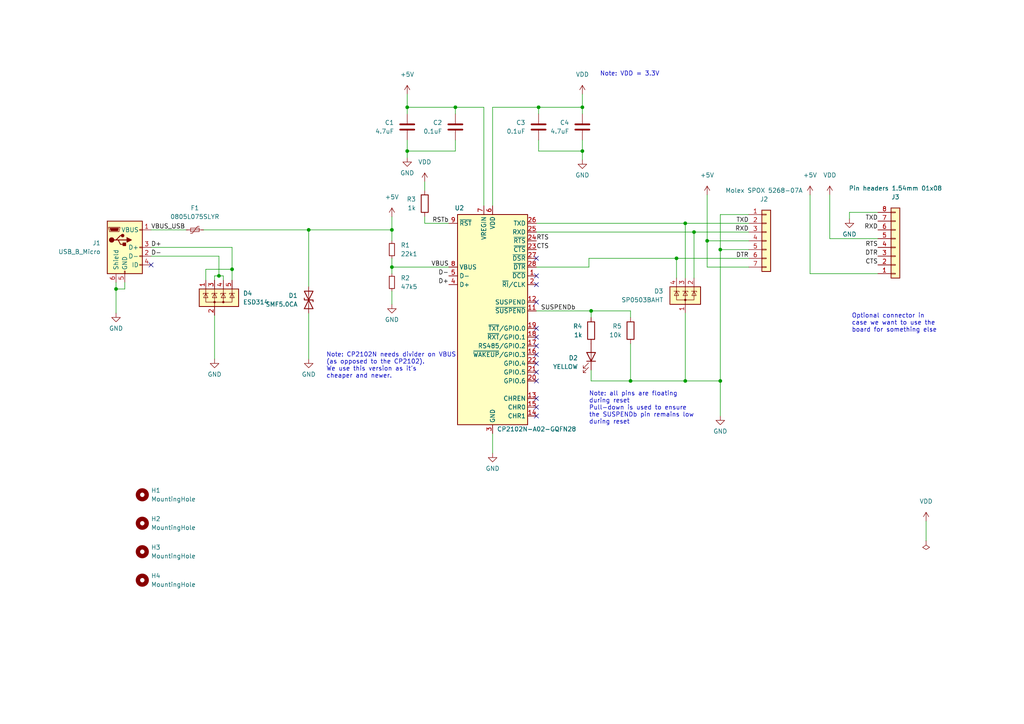
<source format=kicad_sch>
(kicad_sch (version 20211123) (generator eeschema)
  (paper "A4")
  (title_block (title "RPLIDAR A1 UART to USB adapter") (date "2023-03-07") (company "EPFL Team Goombot") (comment 2 "Author Vincent Nguyen"))
  (lib_symbols
    (symbol "0_power_protection:ESD314" (pin_names (offset 0) hide)
      (property "Reference" "D" (at 6.35 -5.08 0))
      (property "Value" "ESD314" (at 6.35 -5.08 0))
      (symbol "ESD314_0_0"
        (pin passive line (at 0 -5.08 90) (length 2.54) (name "GND") (number "2"))
      )
      (symbol "ESD314_0_1"
        (rectangle (start -4.445 2.54) (end 6.985 -2.54) (stroke (width 0.254)) (fill (type background)))
        (circle (center 0 -1.27) (radius 0.254) (fill (type outline)))
        (polyline (pts (xy -2.54 2.54) (xy -2.54 1.27)))
        (polyline (pts (xy 0 -1.27) (xy 0 -2.54)))
        (polyline (pts (xy 0 -1.27) (xy 0 1.27)))
        (polyline (pts (xy 0 2.54) (xy 0 1.27)))
        (polyline (pts (xy 0.635 1.27) (xy 0.762 1.27)))
        (polyline (pts (xy 2.54 2.54) (xy 2.54 1.27)))
        (polyline (pts (xy 5.08 2.54) (xy 5.08 1.27)))
        (polyline (pts (xy 0.635 1.27) (xy -0.762 1.27) (xy -0.762 1.016)))
        (polyline (pts (xy 5.08 1.27) (xy 5.08 -1.27) (xy 2.54 -1.27)))
        (polyline (pts (xy -3.302 1.016) (xy -3.302 1.27) (xy -1.905 1.27) (xy -1.778 1.27)))
        (polyline (pts (xy -2.54 1.27) (xy -2.54 -1.27) (xy 2.54 -1.27) (xy 2.54 1.27)))
        (polyline (pts (xy -2.54 1.27) (xy -1.905 0) (xy -3.175 0) (xy -2.54 1.27)))
        (polyline (pts (xy 0.635 0) (xy -0.635 0) (xy 0 1.27) (xy 0.635 0)))
        (polyline (pts (xy 1.778 1.016) (xy 1.778 1.27) (xy 3.175 1.27) (xy 3.302 1.27)))
        (polyline (pts (xy 2.54 1.27) (xy 1.905 0) (xy 3.175 0) (xy 2.54 1.27)))
        (polyline (pts (xy 4.318 1.016) (xy 4.318 1.27) (xy 5.715 1.27) (xy 5.842 1.27)))
        (polyline (pts (xy 5.08 1.27) (xy 4.445 0) (xy 5.715 0) (xy 5.08 1.27)))
        (circle (center 2.54 -1.27) (radius 0.254) (fill (type outline)))
      )
      (symbol "ESD314_1_1"
        (pin passive line (at -2.54 5.08 270) (length 2.54) (name "I/O1") (number "1"))
        (pin passive line (at 0 5.08 270) (length 2.54) (name "I/O2") (number "3"))
        (pin passive line (at 2.54 5.08 270) (length 2.54) (name "I/O3") (number "4"))
        (pin passive line (at 5.08 5.08 270) (length 2.54) (name "I/O4") (number "5"))
      )
    )
    (symbol "0_power_protection:SMF5.0CA" (pin_numbers hide) (pin_names (offset 1.016) hide)
      (property "Reference" "D" (at 0 6.35 0))
      (property "Value" "SMF5.0CA" (at 3.81 3.81 0))
      (symbol "SMF5.0CA_0_1"
        (polyline (pts (xy 1.27 0) (xy -1.27 0)))
        (polyline (pts (xy 0.508 1.27) (xy 0 1.27) (xy 0 -1.27) (xy -0.508 -1.27)) (stroke (width 0.254)))
        (polyline (pts (xy -2.54 1.27) (xy -2.54 -1.27) (xy 2.54 1.27) (xy 2.54 -1.27) (xy -2.54 1.27)) (stroke (width 0.254)))
      )
      (symbol "SMF5.0CA_1_1"
        (pin passive line (at -3.81 0 0) (length 2.54) (name "A1") (number "1"))
        (pin passive line (at 3.81 0 180) (length 2.54) (name "A2") (number "2"))
      )
    )
    (symbol "Connector:USB_B_Micro" (pin_names (offset 1.016))
      (property "Reference" "J" (at -5.08 11.43 0))
      (property "Value" "USB_B_Micro" (at -5.08 8.89 0))
      (symbol "USB_B_Micro_0_1"
        (rectangle (start -5.08 -7.62) (end 5.08 7.62) (stroke (width 0.254)) (fill (type background)))
        (circle (center -3.81 2.159) (radius 0.635) (stroke (width 0.254)) (fill (type outline)))
        (circle (center -0.635 3.429) (radius 0.381) (stroke (width 0.254)) (fill (type outline)))
        (rectangle (start -0.127 -7.62) (end 0.127 -6.858))
        (polyline (pts (xy -1.905 2.159) (xy 0.635 2.159)) (stroke (width 0.254)))
        (polyline (pts (xy -3.175 2.159) (xy -2.54 2.159) (xy -1.27 3.429) (xy -0.635 3.429)) (stroke (width 0.254)))
        (polyline (pts (xy -2.54 2.159) (xy -1.905 2.159) (xy -1.27 0.889) (xy 0 0.889)) (stroke (width 0.254)))
        (polyline (pts (xy 0.635 2.794) (xy 0.635 1.524) (xy 1.905 2.159) (xy 0.635 2.794)) (stroke (width 0.254)) (fill (type outline)))
        (polyline (pts (xy -4.318 5.588) (xy -1.778 5.588) (xy -2.032 4.826) (xy -4.064 4.826) (xy -4.318 5.588)) (fill (type outline)))
        (polyline (pts (xy -4.699 5.842) (xy -4.699 5.588) (xy -4.445 4.826) (xy -4.445 4.572) (xy -1.651 4.572) (xy -1.651 4.826) (xy -1.397 5.588) (xy -1.397 5.842) (xy -4.699 5.842)))
        (rectangle (start 0.254 1.27) (end -0.508 0.508) (stroke (width 0.254)) (fill (type outline)))
        (rectangle (start 5.08 -5.207) (end 4.318 -4.953))
        (rectangle (start 5.08 -2.667) (end 4.318 -2.413))
        (rectangle (start 5.08 -0.127) (end 4.318 0.127))
        (rectangle (start 5.08 4.953) (end 4.318 5.207))
      )
      (symbol "USB_B_Micro_1_1"
        (pin power_out line (at 7.62 5.08 180) (length 2.54) (name "VBUS") (number "1"))
        (pin bidirectional line (at 7.62 -2.54 180) (length 2.54) (name "D-") (number "2"))
        (pin bidirectional line (at 7.62 0 180) (length 2.54) (name "D+") (number "3"))
        (pin passive line (at 7.62 -5.08 180) (length 2.54) (name "ID") (number "4"))
        (pin power_out line (at 0 -10.16 90) (length 2.54) (name "GND") (number "5"))
        (pin passive line (at -2.54 -10.16 90) (length 2.54) (name "Shield") (number "6"))
      )
    )
    (symbol "Connector_Generic:Conn_01x07" (pin_names (offset 1.016) hide)
      (property "Reference" "J" (at 0 10.16 0))
      (property "Value" "Conn_01x07" (at 0 -10.16 0))
      (symbol "Conn_01x07_1_1"
        (rectangle (start -1.27 -7.493) (end 0 -7.747) (stroke (width 0.1524)))
        (rectangle (start -1.27 -4.953) (end 0 -5.207) (stroke (width 0.1524)))
        (rectangle (start -1.27 -2.413) (end 0 -2.667) (stroke (width 0.1524)))
        (rectangle (start -1.27 0.127) (end 0 -0.127) (stroke (width 0.1524)))
        (rectangle (start -1.27 2.667) (end 0 2.413) (stroke (width 0.1524)))
        (rectangle (start -1.27 5.207) (end 0 4.953) (stroke (width 0.1524)))
        (rectangle (start -1.27 7.747) (end 0 7.493) (stroke (width 0.1524)))
        (rectangle (start -1.27 8.89) (end 1.27 -8.89) (stroke (width 0.254)) (fill (type background)))
        (pin passive line (at -5.08 7.62 0) (length 3.81) (name "Pin_1") (number "1"))
        (pin passive line (at -5.08 5.08 0) (length 3.81) (name "Pin_2") (number "2"))
        (pin passive line (at -5.08 2.54 0) (length 3.81) (name "Pin_3") (number "3"))
        (pin passive line (at -5.08 0 0) (length 3.81) (name "Pin_4") (number "4"))
        (pin passive line (at -5.08 -2.54 0) (length 3.81) (name "Pin_5") (number "5"))
        (pin passive line (at -5.08 -5.08 0) (length 3.81) (name "Pin_6") (number "6"))
        (pin passive line (at -5.08 -7.62 0) (length 3.81) (name "Pin_7") (number "7"))
      )
    )
    (symbol "Connector_Generic:Conn_01x08" (pin_names (offset 1.016) hide)
      (property "Reference" "J" (at 0 10.16 0))
      (property "Value" "Conn_01x08" (at 0 -12.7 0))
      (symbol "Conn_01x08_1_1"
        (rectangle (start -1.27 -10.033) (end 0 -10.287) (stroke (width 0.1524)))
        (rectangle (start -1.27 -7.493) (end 0 -7.747) (stroke (width 0.1524)))
        (rectangle (start -1.27 -4.953) (end 0 -5.207) (stroke (width 0.1524)))
        (rectangle (start -1.27 -2.413) (end 0 -2.667) (stroke (width 0.1524)))
        (rectangle (start -1.27 0.127) (end 0 -0.127) (stroke (width 0.1524)))
        (rectangle (start -1.27 2.667) (end 0 2.413) (stroke (width 0.1524)))
        (rectangle (start -1.27 5.207) (end 0 4.953) (stroke (width 0.1524)))
        (rectangle (start -1.27 7.747) (end 0 7.493) (stroke (width 0.1524)))
        (rectangle (start -1.27 8.89) (end 1.27 -11.43) (stroke (width 0.254)) (fill (type background)))
        (pin passive line (at -5.08 7.62 0) (length 3.81) (name "Pin_1") (number "1"))
        (pin passive line (at -5.08 5.08 0) (length 3.81) (name "Pin_2") (number "2"))
        (pin passive line (at -5.08 2.54 0) (length 3.81) (name "Pin_3") (number "3"))
        (pin passive line (at -5.08 0 0) (length 3.81) (name "Pin_4") (number "4"))
        (pin passive line (at -5.08 -2.54 0) (length 3.81) (name "Pin_5") (number "5"))
        (pin passive line (at -5.08 -5.08 0) (length 3.81) (name "Pin_6") (number "6"))
        (pin passive line (at -5.08 -7.62 0) (length 3.81) (name "Pin_7") (number "7"))
        (pin passive line (at -5.08 -10.16 0) (length 3.81) (name "Pin_8") (number "8"))
      )
    )
    (symbol "Device:C" (pin_numbers hide) (pin_names (offset 0.254))
      (property "Reference" "C" (at 0.635 2.54 0))
      (property "Value" "C" (at 0.635 -2.54 0))
      (symbol "C_0_1"
        (polyline (pts (xy -2.032 -0.762) (xy 2.032 -0.762)) (stroke (width 0.508)))
        (polyline (pts (xy -2.032 0.762) (xy 2.032 0.762)) (stroke (width 0.508)))
      )
      (symbol "C_1_1"
        (pin passive line (at 0 3.81 270) (length 2.794) (name "~") (number "1"))
        (pin passive line (at 0 -3.81 90) (length 2.794) (name "~") (number "2"))
      )
    )
    (symbol "Device:LED" (pin_numbers hide) (pin_names (offset 1.016) hide)
      (property "Reference" "D" (at 0 2.54 0))
      (property "Value" "LED" (at 0 -2.54 0))
      (symbol "LED_0_1"
        (polyline (pts (xy -1.27 -1.27) (xy -1.27 1.27)) (stroke (width 0.254)))
        (polyline (pts (xy -1.27 0) (xy 1.27 0)))
        (polyline (pts (xy 1.27 -1.27) (xy 1.27 1.27) (xy -1.27 0) (xy 1.27 -1.27)) (stroke (width 0.254)))
        (polyline (pts (xy -3.048 -0.762) (xy -4.572 -2.286) (xy -3.81 -2.286) (xy -4.572 -2.286) (xy -4.572 -1.524)))
        (polyline (pts (xy -1.778 -0.762) (xy -3.302 -2.286) (xy -2.54 -2.286) (xy -3.302 -2.286) (xy -3.302 -1.524)))
      )
      (symbol "LED_1_1"
        (pin passive line (at -3.81 0 0) (length 2.54) (name "K") (number "1"))
        (pin passive line (at 3.81 0 180) (length 2.54) (name "A") (number "2"))
      )
    )
    (symbol "Device:Polyfuse_Small" (pin_numbers hide) (pin_names (offset 0))
      (property "Reference" "F" (at -1.905 0 90))
      (property "Value" "Polyfuse_Small" (at 1.905 0 90))
      (symbol "Polyfuse_Small_0_1"
        (rectangle (start -0.508 1.27) (end 0.508 -1.27))
        (polyline (pts (xy 0 2.54) (xy 0 -2.54)))
        (polyline (pts (xy -1.016 1.27) (xy -1.016 0.762) (xy 1.016 -0.762) (xy 1.016 -1.27)))
      )
      (symbol "Polyfuse_Small_1_1"
        (pin passive line (at 0 2.54 270) (length 0.635) (name "~") (number "1"))
        (pin passive line (at 0 -2.54 90) (length 0.635) (name "~") (number "2"))
      )
    )
    (symbol "Device:R" (pin_numbers hide) (pin_names (offset 0))
      (property "Reference" "R" (at 2.032 0 90))
      (property "Value" "R" (at 0 0 90))
      (symbol "R_0_1"
        (rectangle (start -1.016 -2.54) (end 1.016 2.54) (stroke (width 0.254)))
      )
      (symbol "R_1_1"
        (pin passive line (at 0 3.81 270) (length 1.27) (name "~") (number "1"))
        (pin passive line (at 0 -3.81 90) (length 1.27) (name "~") (number "2"))
      )
    )
    (symbol "Device:R_Small" (pin_numbers hide) (pin_names (offset 0.254) hide)
      (property "Reference" "R" (at 0.762 0.508 0))
      (property "Value" "R_Small" (at 0.762 -1.016 0))
      (symbol "R_Small_0_1"
        (rectangle (start -0.762 1.778) (end 0.762 -1.778) (stroke (width 0.2032)))
      )
      (symbol "R_Small_1_1"
        (pin passive line (at 0 2.54 270) (length 0.762) (name "~") (number "1"))
        (pin passive line (at 0 -2.54 90) (length 0.762) (name "~") (number "2"))
      )
    )
    (symbol "Interface_USB:CP2102N-Axx-xQFN28"
      (property "Reference" "U" (at -8.89 31.75 0))
      (property "Value" "CP2102N-Axx-xQFN28" (at 12.7 31.75 0))
      (symbol "CP2102N-Axx-xQFN28_0_1"
        (rectangle (start -10.16 30.48) (end 10.16 -30.48) (stroke (width 0.254)) (fill (type background)))
      )
      (symbol "CP2102N-Axx-xQFN28_1_1"
        (pin input line (at 12.7 12.7 180) (length 2.54) (name "~{DCD}") (number "1"))
        (pin no_connect line (at -10.16 -27.94 0) (length 2.54) hide (name "NC") (number "10"))
        (pin output line (at 12.7 2.54 180) (length 2.54) (name "~{SUSPEND}") (number "11"))
        (pin output line (at 12.7 5.08 180) (length 2.54) (name "SUSPEND") (number "12"))
        (pin output line (at 12.7 -22.86 180) (length 2.54) (name "CHREN") (number "13"))
        (pin output line (at 12.7 -27.94 180) (length 2.54) (name "CHR1") (number "14"))
        (pin output line (at 12.7 -25.4 180) (length 2.54) (name "CHR0") (number "15"))
        (pin bidirectional line (at 12.7 -10.16 180) (length 2.54) (name "~{WAKEUP}/GPIO.3") (number "16"))
        (pin bidirectional line (at 12.7 -7.62 180) (length 2.54) (name "RS485/GPIO.2") (number "17"))
        (pin bidirectional line (at 12.7 -5.08 180) (length 2.54) (name "~{RXT}/GPIO.1") (number "18"))
        (pin bidirectional line (at 12.7 -2.54 180) (length 2.54) (name "~{TXT}/GPIO.0") (number "19"))
        (pin bidirectional line (at 12.7 10.16 180) (length 2.54) (name "~{RI}/CLK") (number "2"))
        (pin bidirectional line (at 12.7 -17.78 180) (length 2.54) (name "GPIO.6") (number "20"))
        (pin bidirectional line (at 12.7 -15.24 180) (length 2.54) (name "GPIO.5") (number "21"))
        (pin bidirectional line (at 12.7 -12.7 180) (length 2.54) (name "GPIO.4") (number "22"))
        (pin input line (at 12.7 20.32 180) (length 2.54) (name "~{CTS}") (number "23"))
        (pin output line (at 12.7 22.86 180) (length 2.54) (name "~{RTS}") (number "24"))
        (pin input line (at 12.7 25.4 180) (length 2.54) (name "RXD") (number "25"))
        (pin output line (at 12.7 27.94 180) (length 2.54) (name "TXD") (number "26"))
        (pin input line (at 12.7 17.78 180) (length 2.54) (name "~{DSR}") (number "27"))
        (pin output line (at 12.7 15.24 180) (length 2.54) (name "~{DTR}") (number "28"))
        (pin passive line (at 0 -33.02 90) (length 2.54) hide (name "GND") (number "29"))
        (pin power_in line (at 0 -33.02 90) (length 2.54) (name "GND") (number "3"))
        (pin bidirectional line (at -12.7 10.16 0) (length 2.54) (name "D+") (number "4"))
        (pin bidirectional line (at -12.7 12.7 0) (length 2.54) (name "D-") (number "5"))
        (pin power_in line (at 0 33.02 270) (length 2.54) (name "VDD") (number "6"))
        (pin power_in line (at -2.54 33.02 270) (length 2.54) (name "VREGIN") (number "7"))
        (pin input line (at -12.7 15.24 0) (length 2.54) (name "VBUS") (number "8"))
        (pin input line (at -12.7 27.94 0) (length 2.54) (name "~{RST}") (number "9"))
      )
    )
    (symbol "Mechanical:MountingHole" (pin_names (offset 1.016))
      (property "Reference" "H" (at 0 5.08 0))
      (property "Value" "MountingHole" (at 0 3.175 0))
      (symbol "MountingHole_0_1"
        (circle (center 0 0) (radius 1.27) (stroke (width 1.27)))
      )
    )
    (symbol "Power_Protection:SP0503BAHT" (pin_names hide)
      (property "Reference" "D" (at 5.715 2.54 0))
      (property "Value" "SP0503BAHT" (at 5.715 0.635 0))
      (symbol "SP0503BAHT_0_0"
        (pin passive line (at 0 -5.08 90) (length 2.54) (name "A") (number "1"))
      )
      (symbol "SP0503BAHT_0_1"
        (rectangle (start -4.445 2.54) (end 4.445 -2.54) (stroke (width 0.254)) (fill (type background)))
        (circle (center 0 -1.27) (radius 0.254) (fill (type outline)))
        (polyline (pts (xy -2.54 2.54) (xy -2.54 1.27)))
        (polyline (pts (xy 0 -1.27) (xy 0 -2.54)))
        (polyline (pts (xy 0 -1.27) (xy 0 1.27)))
        (polyline (pts (xy 0 2.54) (xy 0 1.27)))
        (polyline (pts (xy 0.635 1.27) (xy 0.762 1.27)))
        (polyline (pts (xy 2.54 2.54) (xy 2.54 1.27)))
        (polyline (pts (xy 0.635 1.27) (xy -0.762 1.27) (xy -0.762 1.016)))
        (polyline (pts (xy -3.302 1.016) (xy -3.302 1.27) (xy -1.905 1.27) (xy -1.778 1.27)))
        (polyline (pts (xy -2.54 1.27) (xy -2.54 -1.27) (xy 2.54 -1.27) (xy 2.54 1.27)))
        (polyline (pts (xy -2.54 1.27) (xy -1.905 0) (xy -3.175 0) (xy -2.54 1.27)))
        (polyline (pts (xy 0.635 0) (xy -0.635 0) (xy 0 1.27) (xy 0.635 0)))
        (polyline (pts (xy 1.778 1.016) (xy 1.778 1.27) (xy 3.175 1.27) (xy 3.302 1.27)))
        (polyline (pts (xy 2.54 1.27) (xy 1.905 0) (xy 3.175 0) (xy 2.54 1.27)))
      )
      (symbol "SP0503BAHT_1_1"
        (pin passive line (at -2.54 5.08 270) (length 2.54) (name "K") (number "2"))
        (pin passive line (at 0 5.08 270) (length 2.54) (name "K") (number "3"))
        (pin passive line (at 2.54 5.08 270) (length 2.54) (name "K") (number "4"))
      )
    )
    (symbol "power:+5V" (power) (pin_names (offset 0))
      (property "Value" "+5V" (at 0 3.556 0))
      (symbol "+5V_0_1"
        (polyline (pts (xy -0.762 1.27) (xy 0 2.54)))
        (polyline (pts (xy 0 0) (xy 0 2.54)))
        (polyline (pts (xy 0 2.54) (xy 0.762 1.27)))
      )
      (symbol "+5V_1_1"
        (pin power_in line (at 0 0 90) (length 0) hide (name "+5V") (number "1"))
      )
    )
    (symbol "power:GND" (power) (pin_names (offset 0))
      (property "Value" "GND" (at 0 -3.81 0))
      (symbol "GND_0_1"
        (polyline (pts (xy 0 0) (xy 0 -1.27) (xy 1.27 -1.27) (xy 0 -2.54) (xy -1.27 -1.27) (xy 0 -1.27)))
      )
      (symbol "GND_1_1"
        (pin power_in line (at 0 0 270) (length 0) hide (name "GND") (number "1"))
      )
    )
    (symbol "power:PWR_FLAG" (power) (pin_numbers hide) (pin_names (offset 0) hide)
      (property "Value" "PWR_FLAG" (at 0 3.81 0))
      (symbol "PWR_FLAG_0_0"
        (pin power_out line (at 0 0 90) (length 0) (name "pwr") (number "1"))
      )
      (symbol "PWR_FLAG_0_1"
        (polyline (pts (xy 0 0) (xy 0 1.27) (xy -1.016 1.905) (xy 0 2.54) (xy 1.016 1.905) (xy 0 1.27)))
      )
    )
    (symbol "power:VDD" (power) (pin_names (offset 0))
      (property "Value" "VDD" (at 0 3.81 0))
      (symbol "VDD_0_1"
        (polyline (pts (xy -0.762 1.27) (xy 0 2.54)))
        (polyline (pts (xy 0 0) (xy 0 2.54)))
        (polyline (pts (xy 0 2.54) (xy 0.762 1.27)))
      )
      (symbol "VDD_1_1"
        (pin power_in line (at 0 0 90) (length 0) hide (name "VDD") (number "1"))
      )
    )
  )
  (junction (at 132.08 31.115))
  (junction (at 168.91 43.815))
  (junction (at 168.91 31.115))
  (junction (at 201.295 67.31))
  (junction (at 171.45 90.17))
  (junction (at 118.11 31.115))
  (junction (at 89.535 66.675))
  (junction (at 205.105 69.85))
  (junction (at 156.21 31.115))
  (junction (at 198.755 64.77))
  (junction (at 196.215 74.93))
  (junction (at 33.655 83.82))
  (junction (at 63.5 80.01))
  (junction (at 113.665 66.675))
  (junction (at 198.755 110.49))
  (junction (at 113.665 77.47))
  (junction (at 182.88 110.49))
  (junction (at 118.11 43.815))
  (junction (at 208.915 110.49))
  (junction (at 67.31 78.105))
  (junction (at 208.915 72.39))
  (no_connect (at 155.575 102.87))
  (no_connect (at 155.575 105.41))
  (no_connect (at 155.575 120.65))
  (no_connect (at 155.575 118.11))
  (no_connect (at 155.575 97.79))
  (no_connect (at 155.575 100.33))
  (no_connect (at 155.575 82.55))
  (no_connect (at 155.575 74.93))
  (no_connect (at 155.575 110.49))
  (no_connect (at 155.575 95.25))
  (no_connect (at 155.575 107.95))
  (no_connect (at 43.815 76.835))
  (no_connect (at 155.575 87.63))
  (no_connect (at 155.575 115.57))
  (no_connect (at 155.575 80.01))
  (wire (pts (xy 43.815 66.675) (xy 53.975 66.675)))
  (wire (pts (xy 198.755 64.77) (xy 217.17 64.77)))
  (wire (pts (xy 142.875 125.73) (xy 142.875 131.445)))
  (wire (pts (xy 113.665 77.47) (xy 130.175 77.47)))
  (wire (pts (xy 208.915 72.39) (xy 208.915 62.23)))
  (wire (pts (xy 89.535 66.675) (xy 89.535 83.185)))
  (wire (pts (xy 196.215 74.93) (xy 217.17 74.93)))
  (wire (pts (xy 36.195 81.915) (xy 36.195 83.82)))
  (wire (pts (xy 205.105 69.85) (xy 205.105 77.47)))
  (wire (pts (xy 198.755 64.77) (xy 198.755 80.645)))
  (wire (pts (xy 246.38 61.595) (xy 254.635 61.595)))
  (wire (pts (xy 217.17 77.47) (xy 205.105 77.47)))
  (wire (pts (xy 132.08 31.115) (xy 118.11 31.115)))
  (wire (pts (xy 205.105 69.85) (xy 217.17 69.85)))
  (wire (pts (xy 33.655 83.82) (xy 33.655 90.805)))
  (wire (pts (xy 67.31 78.105) (xy 67.31 81.28)))
  (wire (pts (xy 62.23 81.28) (xy 62.23 80.01)))
  (wire (pts (xy 208.915 62.23) (xy 217.17 62.23)))
  (wire (pts (xy 132.08 33.02) (xy 132.08 31.115)))
  (wire (pts (xy 156.21 40.64) (xy 156.21 43.815)))
  (wire (pts (xy 156.21 31.115) (xy 156.21 33.02)))
  (wire (pts (xy 155.575 64.77) (xy 198.755 64.77)))
  (wire (pts (xy 36.195 83.82) (xy 33.655 83.82)))
  (wire (pts (xy 205.105 56.515) (xy 205.105 69.85)))
  (wire (pts (xy 168.91 43.815) (xy 168.91 40.64)))
  (wire (pts (xy 118.11 43.815) (xy 118.11 45.72)))
  (wire (pts (xy 67.31 78.105) (xy 67.31 71.755)))
  (wire (pts (xy 142.875 31.115) (xy 142.875 59.69)))
  (wire (pts (xy 140.335 31.115) (xy 132.08 31.115)))
  (wire (pts (xy 182.88 110.49) (xy 171.45 110.49)))
  (wire (pts (xy 113.665 77.47) (xy 113.665 79.375)))
  (wire (pts (xy 182.88 99.695) (xy 182.88 110.49)))
  (wire (pts (xy 171.45 107.315) (xy 171.45 110.49)))
  (wire (pts (xy 182.88 92.075) (xy 182.88 90.17)))
  (wire (pts (xy 67.31 78.105) (xy 59.69 78.105)))
  (wire (pts (xy 118.11 31.115) (xy 118.11 33.02)))
  (wire (pts (xy 171.45 92.075) (xy 171.45 90.17)))
  (wire (pts (xy 182.88 110.49) (xy 198.755 110.49)))
  (wire (pts (xy 171.45 90.17) (xy 155.575 90.17)))
  (wire (pts (xy 182.88 90.17) (xy 171.45 90.17)))
  (wire (pts (xy 67.31 71.755) (xy 43.815 71.755)))
  (wire (pts (xy 62.23 104.14) (xy 62.23 91.44)))
  (wire (pts (xy 132.08 40.64) (xy 132.08 43.815)))
  (wire (pts (xy 208.915 120.65) (xy 208.915 110.49)))
  (wire (pts (xy 123.19 62.865) (xy 123.19 64.77)))
  (wire (pts (xy 168.91 43.815) (xy 168.91 46.355)))
  (wire (pts (xy 118.11 27.305) (xy 118.11 31.115)))
  (wire (pts (xy 168.91 31.115) (xy 168.91 33.02)))
  (wire (pts (xy 140.335 31.115) (xy 140.335 59.69)))
  (wire (pts (xy 208.915 110.49) (xy 208.915 72.39)))
  (wire (pts (xy 89.535 90.805) (xy 89.535 104.14)))
  (wire (pts (xy 196.215 80.645) (xy 196.215 74.93)))
  (wire (pts (xy 123.19 52.705) (xy 123.19 55.245)))
  (wire (pts (xy 132.08 43.815) (xy 118.11 43.815)))
  (wire (pts (xy 198.755 90.805) (xy 198.755 110.49)))
  (wire (pts (xy 63.5 80.01) (xy 64.77 80.01)))
  (wire (pts (xy 89.535 66.675) (xy 113.665 66.675)))
  (wire (pts (xy 208.915 72.39) (xy 217.17 72.39)))
  (wire (pts (xy 246.38 61.595) (xy 246.38 63.5)))
  (wire (pts (xy 62.23 80.01) (xy 63.5 80.01)))
  (wire (pts (xy 33.655 81.915) (xy 33.655 83.82)))
  (wire (pts (xy 113.665 62.865) (xy 113.665 66.675)))
  (wire (pts (xy 156.21 31.115) (xy 168.91 31.115)))
  (wire (pts (xy 63.5 80.01) (xy 63.5 74.295)))
  (wire (pts (xy 170.815 74.93) (xy 196.215 74.93)))
  (wire (pts (xy 113.665 66.675) (xy 113.665 69.85)))
  (wire (pts (xy 201.295 67.31) (xy 217.17 67.31)))
  (wire (pts (xy 156.21 43.815) (xy 168.91 43.815)))
  (wire (pts (xy 113.665 84.455) (xy 113.665 88.265)))
  (wire (pts (xy 155.575 67.31) (xy 201.295 67.31)))
  (wire (pts (xy 240.665 69.215) (xy 254.635 69.215)))
  (wire (pts (xy 168.91 27.305) (xy 168.91 31.115)))
  (wire (pts (xy 118.11 43.815) (xy 118.11 40.64)))
  (wire (pts (xy 64.77 80.01) (xy 64.77 81.28)))
  (wire (pts (xy 170.815 77.47) (xy 170.815 74.93)))
  (wire (pts (xy 198.755 110.49) (xy 208.915 110.49)))
  (wire (pts (xy 59.69 78.105) (xy 59.69 81.28)))
  (wire (pts (xy 234.95 56.515) (xy 234.95 79.375)))
  (wire (pts (xy 59.055 66.675) (xy 89.535 66.675)))
  (wire (pts (xy 240.665 56.515) (xy 240.665 69.215)))
  (wire (pts (xy 155.575 77.47) (xy 170.815 77.47)))
  (wire (pts (xy 201.295 67.31) (xy 201.295 80.645)))
  (wire (pts (xy 234.95 79.375) (xy 254.635 79.375)))
  (wire (pts (xy 123.19 64.77) (xy 130.175 64.77)))
  (wire (pts (xy 268.605 151.13) (xy 268.605 156.845)))
  (wire (pts (xy 113.665 74.93) (xy 113.665 77.47)))
  (wire (pts (xy 63.5 74.295) (xy 43.815 74.295)))
  (wire (pts (xy 142.875 31.115) (xy 156.21 31.115)))
  (text "Note: CP2102N needs divider on VBUS\n(as opposed to the CP2102). \nWe use this version as it's\ncheaper and newer." (at 94.615 109.855 0) (effects (font (size 1.27 1.27)) (justify left bottom)))
  (text "Optional connector in\ncase we want to use the\nboard for something else" (at 247.015 96.52 0) (effects (font (size 1.27 1.27)) (justify left bottom)))
  (text "Note: all pins are floating \nduring reset\nPull-down is used to ensure\nthe SUSPENDb pin remains low \nduring reset" (at 170.815 123.19 0) (effects (font (size 1.27 1.27)) (justify left bottom)))
  (text "Note: VDD = 3.3V" (at 173.99 22.225 0) (effects (font (size 1.27 1.27)) (justify left bottom)))
  (label "RXD" (at 254.635 66.675 180))
  (label "SUSPENDb" (at 156.845 90.17 0))
  (label "RXD" (at 217.17 67.31 180))
  (label "VBUS" (at 130.175 77.47 180))
  (label "RTS" (at 254.635 71.755 180))
  (label "CTS" (at 254.635 76.835 180))
  (label "DTR" (at 217.17 74.93 180))
  (label "RTS" (at 155.575 69.85 0))
  (label "D-" (at 130.175 80.01 180))
  (label "TXD" (at 254.635 64.135 180))
  (label "D+" (at 43.815 71.755 0))
  (label "D+" (at 130.175 82.55 180))
  (label "VBUS_USB" (at 43.815 66.675 0))
  (label "CTS" (at 155.575 72.39 0))
  (label "D-" (at 43.815 74.295 0))
  (label "RSTb" (at 130.175 64.77 180))
  (label "TXD" (at 217.17 64.77 180))
  (label "DTR" (at 254.635 74.295 180))
  (symbol (lib_id "power:GND") (at 118.11 45.72 0) (mirror y) (unit 1)
    (property "Reference" "#PWR07" (effects hide))
    (property "Value" "GND" (at 118.11 50.165 0))
  )
  (symbol (lib_id "power:PWR_FLAG") (at 268.605 156.845 180) (unit 1)
    (property "Reference" "#FLG0102" (effects hide))
    (property "Value" "PWR_FLAG" (effects hide))
  )
  (symbol (lib_id "0_power_protection:ESD314") (at 62.23 86.36 0) (unit 1)
    (property "Reference" "D4" (at 70.485 85.0899 0) (effects (justify left)))
    (property "Value" "ESD314" (at 70.485 87.6299 0) (effects (justify left)))
    (property "Footprint" "Package_TO_SOT_SMD:SOT-23-5" (effects hide))
    (property "Datasheet" "https://www.ti.com/lit/ds/symlink/esds314.pdf?HQS=dis-mous-null-mousermode-dsf-pf-null-wwe&ts=1678189165795&ref_url=https%253A%252F%252Fwww.mouser.pl%252F" (effects hide))
    (property "Distributor" "Mouser" (effects hide))
    (property "Dsitributor ref" "595-ESDS314DBVR" (effects hide))
    (property "Manufacturer ref" "ESDS314DBVR" (effects hide))
  )
  (symbol (lib_id "power:VDD") (at 240.665 56.515 0) (mirror y) (unit 1)
    (property "Reference" "#PWR016" (effects hide))
    (property "Value" "VDD" (at 240.665 50.8 0))
  )
  (symbol (lib_id "power:VDD") (at 123.19 52.705 0) (mirror y) (unit 1)
    (property "Reference" "#PWR08" (effects hide))
    (property "Value" "VDD" (at 123.19 46.99 0))
  )
  (symbol (lib_id "Connector_Generic:Conn_01x07") (at 222.25 69.85 0) (unit 1)
    (property "Reference" "J2" (at 221.615 57.785 0))
    (property "Value" "Molex SPOX 5268-07A" (at 221.615 55.245 0))
    (property "Footprint" "Connector_Molex:Molex_SPOX_5268-07A_1x07_P2.50mm_Horizontal" (effects hide))
    (property "Datasheet" "https://www.molex.com/pdm_docs/sd/022057075_sd.pdf" (effects hide))
    (property "Manufacturer ref" "22-05-7075" (effects hide))
    (property "Distributor ref" "538-22-05-7075" (effects hide))
    (property "Distributor" "Mouser" (effects hide))
  )
  (symbol (lib_id "power:+5V") (at 205.105 56.515 0) (mirror y) (unit 1)
    (property "Reference" "#PWR014" (effects hide))
    (property "Value" "+5V" (at 205.105 50.8 0))
  )
  (symbol (lib_id "Interface_USB:CP2102N-Axx-xQFN28") (at 142.875 92.71 0) (unit 1)
    (property "Reference" "U2" (at 134.62 60.325 0) (effects (justify right)))
    (property "Value" "CP2102N-A02-GQFN28" (at 144.145 124.46 0) (effects (justify left)))
    (property "Footprint" "Package_DFN_QFN:QFN-28-1EP_5x5mm_P0.5mm_EP3.35x3.35mm" (effects hide))
    (property "Datasheet" "https://www.silabs.com/documents/public/data-sheets/cp2102n-datasheet.pdf" (effects hide))
    (property "Distributor" "Mouser" (effects hide))
    (property "Distributor ref" "CP2102N-A02-GQFN28R" (effects hide))
    (property "Manufacturer ref" "634-CP2102NA02QFN28R" (effects hide))
  )
  (symbol (lib_id "Mechanical:MountingHole") (at 41.275 160.02 0) (unit 1) (in_bom no)
    (property "Reference" "H3" (at 43.815 158.7499 0) (effects (justify left)))
    (property "Value" "MountingHole" (at 43.815 161.2899 0) (effects (justify left)))
    (property "Footprint" "MountingHole:MountingHole_2.2mm_M2" (effects hide))
    (property "Distributor" "Mouser" (effects hide))
  )
  (symbol (lib_id "Device:C") (at 156.21 36.83 0) (mirror y) (unit 1)
    (property "Reference" "C3" (at 152.4 35.5599 0) (effects (justify left)))
    (property "Value" "0.1uF" (at 152.4 38.0999 0) (effects (justify left)))
    (property "Footprint" "Capacitor_SMD:C_0603_1608Metric" (effects hide))
    (property "Datasheet" "https://www.mouser.ch/datasheet/2/396/taiyo_yuden_12132018_mlcc11_hq_e-1510082.pdf" (effects hide))
    (property "Distributor" "Mouser" (effects hide))
    (property "Distributor ref" "TMK107B7104KAHT" (effects hide))
    (property "Manufacturer ref" "963-TMK107B7104KAHT" (effects hide))
  )
  (symbol (lib_id "Device:C") (at 168.91 36.83 0) (mirror y) (unit 1)
    (property "Reference" "C4" (at 165.1 35.5599 0) (effects (justify left)))
    (property "Value" "4.7uF" (at 165.1 38.0999 0) (effects (justify left)))
    (property "Footprint" "Capacitor_SMD:C_0603_1608Metric" (effects hide))
    (property "Datasheet" "https://www.mouser.ch/datasheet/2/585/MLCC-1837944.pdf" (effects hide))
    (property "Distributor" "Mouser" (effects hide))
    (property "Distributor ref" "187-CL10B475KQ8NQNC" (effects hide))
    (property "Manufacturer ref" "CL10B475KQ8NQNC" (effects hide))
  )
  (symbol (lib_id "power:+5V") (at 118.11 27.305 0) (mirror y) (unit 1)
    (property "Reference" "#PWR06" (effects hide))
    (property "Value" "+5V" (at 118.11 21.59 0))
  )
  (symbol (lib_id "Device:C") (at 132.08 36.83 0) (mirror y) (unit 1)
    (property "Reference" "C2" (at 128.27 35.5599 0) (effects (justify left)))
    (property "Value" "0.1uF" (at 128.27 38.0999 0) (effects (justify left)))
    (property "Footprint" "Capacitor_SMD:C_0603_1608Metric" (effects hide))
    (property "Datasheet" "https://www.mouser.ch/datasheet/2/396/taiyo_yuden_12132018_mlcc11_hq_e-1510082.pdf" (effects hide))
    (property "Distributor" "Mouser" (effects hide))
    (property "Distributor ref" "TMK107B7104KAHT" (effects hide))
    (property "Manufacturer ref" "963-TMK107B7104KAHT" (effects hide))
  )
  (symbol (lib_id "power:GND") (at 168.91 46.355 0) (mirror y) (unit 1)
    (property "Reference" "#PWR011" (effects hide))
    (property "Value" "GND" (at 168.91 50.8 0))
  )
  (symbol (lib_id "power:VDD") (at 268.605 151.13 0) (mirror y) (unit 1)
    (property "Reference" "#PWR0103" (effects hide))
    (property "Value" "VDD" (at 268.605 145.415 0))
  )
  (symbol (lib_id "Connector:USB_B_Micro") (at 36.195 71.755 0) (unit 1)
    (property "Reference" "J1" (at 29.21 70.4849 0) (effects (justify right)))
    (property "Value" "USB_B_Micro" (at 29.21 73.0249 0) (effects (justify right)))
    (property "Footprint" "Connector_USB:USB_Micro-B_Molex-105017-0001" (effects hide))
    (property "Datasheet" "https://www.mouser.ch/datasheet/2/276/1/1050170001_IO_CONNECTORS-230168.pdf" (effects hide))
    (property "Distributor" "Mouser" (effects hide))
    (property "Distributor ref" "538-105017-0001" (effects hide))
    (property "Manufacturer ref" "1050170001" (effects hide))
  )
  (symbol (lib_id "power:GND") (at 33.655 90.805 0) (mirror y) (unit 1)
    (property "Reference" "#PWR01" (effects hide))
    (property "Value" "GND" (at 33.655 95.25 0))
  )
  (symbol (lib_id "Connector_Generic:Conn_01x08") (at 259.715 71.755 0) (mirror x) (unit 1) (in_bom no)
    (property "Reference" "J3" (at 259.715 57.15 0))
    (property "Value" "Pin headers 1.54mm 01x08" (at 259.715 54.61 0))
    (property "Footprint" "Connector_PinHeader_2.54mm:PinHeader_1x08_P2.54mm_Vertical" (effects hide))
    (property "Distributor" "Mouser" (effects hide))
  )
  (symbol (lib_id "Device:Polyfuse_Small") (at 56.515 66.675 90) (unit 1)
    (property "Reference" "F1" (at 56.515 60.325 90))
    (property "Value" "0805L075SLYR" (at 56.515 62.865 90))
    (property "Footprint" "Fuse:Fuse_0805_2012Metric" (effects hide))
    (property "Datasheet" "https://www.littelfuse.com/~/media/electronics/datasheets/resettable_ptcs/littelfuse_ptc_low_rho_datasheet.pdf.pdf" (effects hide))
    (property "Manufacturer ref" "0805L075SLYR" (effects hide))
    (property "Digikey ref" "F4151CT-ND" (effects hide))
    (property "Distributor" "Mouser" (effects hide))
    (property "Distributor ref" "576-0805L075SLYR" (effects hide))
  )
  (symbol (lib_id "power:GND") (at 208.915 120.65 0) (mirror y) (unit 1)
    (property "Reference" "#PWR015" (effects hide))
    (property "Value" "GND" (at 208.915 125.095 0))
  )
  (symbol (lib_id "Mechanical:MountingHole") (at 41.275 151.765 0) (unit 1) (in_bom no)
    (property "Reference" "H2" (at 43.815 150.4949 0) (effects (justify left)))
    (property "Value" "MountingHole" (at 43.815 153.0349 0) (effects (justify left)))
    (property "Footprint" "MountingHole:MountingHole_2.2mm_M2" (effects hide))
    (property "Distributor" "Mouser" (effects hide))
  )
  (symbol (lib_id "Power_Protection:SP0503BAHT") (at 198.755 85.725 0) (mirror y) (unit 1)
    (property "Reference" "D3" (at 192.405 84.4549 0) (effects (justify left)))
    (property "Value" "SP0503BAHT" (at 192.405 86.9949 0) (effects (justify left)))
    (property "Footprint" "Package_TO_SOT_SMD:SOT-143" (effects hide))
    (property "Datasheet" "http://www.littelfuse.com/~/media/files/littelfuse/technical%20resources/documents/data%20sheets/sp05xxba.pdf" (effects hide))
    (property "Distributor" "Mouser" (effects hide))
    (property "Distributor ref" "576-SP0503BAHTG" (effects hide))
    (property "Manufacturer ref" "SP0503BAHTG" (effects hide))
  )
  (symbol (lib_id "power:GND") (at 142.875 131.445 0) (mirror y) (unit 1)
    (property "Reference" "#PWR09" (effects hide))
    (property "Value" "GND" (at 142.875 135.89 0))
  )
  (symbol (lib_id "Device:R") (at 123.19 59.055 0) (mirror y) (unit 1)
    (property "Reference" "R3" (at 120.65 57.7849 0) (effects (justify left)))
    (property "Value" "1k" (at 120.65 60.3249 0) (effects (justify left)))
    (property "Footprint" "Resistor_SMD:R_0603_1608Metric" (effects hide))
    (property "Datasheet" "https://www.mouser.ch/datasheet/2/210/ASC_WR-1525196.pdf" (effects hide))
    (property "Distributor" "Mouser" (effects hide))
    (property "Distributor ref" "791-WR06X1001FTL" (effects hide))
    (property "Manufacturer ref" "WR06X1001FTL" (effects hide))
  )
  (symbol (lib_id "power:+5V") (at 234.95 56.515 0) (mirror y) (unit 1)
    (property "Reference" "#PWR0101" (effects hide))
    (property "Value" "+5V" (at 234.95 50.8 0))
  )
  (symbol (lib_id "Device:R_Small") (at 113.665 72.39 0) (unit 1)
    (property "Reference" "R1" (at 116.205 71.1199 0) (effects (justify left)))
    (property "Value" "22k1" (at 116.205 73.6599 0) (effects (justify left)))
    (property "Footprint" "Resistor_SMD:R_0603_1608Metric" (effects hide))
    (property "Datasheet" "https://www.mouser.ch/datasheet/2/210/Kamaya_RMC_series_8_2022-3032447.pdf" (effects hide))
    (property "Distributor" "Mouser" (effects hide))
    (property "Distributor ref" "791-RMC1/16K2212FTP" (effects hide))
    (property "Manufacturer ref" "RMC1/16K2212FTP" (effects hide))
  )
  (symbol (lib_id "power:GND") (at 89.535 104.14 0) (mirror y) (unit 1)
    (property "Reference" "#PWR03" (effects hide))
    (property "Value" "GND" (at 89.535 108.585 0))
  )
  (symbol (lib_id "Device:R") (at 171.45 95.885 0) (mirror y) (unit 1)
    (property "Reference" "R4" (at 168.91 94.6149 0) (effects (justify left)))
    (property "Value" "1k" (at 168.91 97.1549 0) (effects (justify left)))
    (property "Footprint" "Resistor_SMD:R_0603_1608Metric" (effects hide))
    (property "Datasheet" "https://www.mouser.ch/datasheet/2/210/ASC_WR-1525196.pdf" (effects hide))
    (property "Distributor" "Mouser" (effects hide))
    (property "Distributor ref" "791-WR06X1001FTL" (effects hide))
    (property "Manufacturer ref" "WR06X1001FTL" (effects hide))
  )
  (symbol (lib_id "Mechanical:MountingHole") (at 41.275 168.275 0) (unit 1) (in_bom no)
    (property "Reference" "H4" (at 43.815 167.0049 0) (effects (justify left)))
    (property "Value" "MountingHole" (at 43.815 169.5449 0) (effects (justify left)))
    (property "Footprint" "MountingHole:MountingHole_2.2mm_M2" (effects hide))
    (property "Distributor" "Mouser" (effects hide))
  )
  (symbol (lib_id "power:GND") (at 246.38 63.5 0) (mirror y) (unit 1)
    (property "Reference" "#PWR0102" (effects hide))
    (property "Value" "GND" (at 246.38 67.945 0))
  )
  (symbol (lib_id "power:VDD") (at 168.91 27.305 0) (mirror y) (unit 1)
    (property "Reference" "#PWR010" (effects hide))
    (property "Value" "VDD" (at 168.91 21.59 0))
  )
  (symbol (lib_id "Device:C") (at 118.11 36.83 0) (mirror y) (unit 1)
    (property "Reference" "C1" (at 114.3 35.5599 0) (effects (justify left)))
    (property "Value" "4.7uF" (at 114.3 38.0999 0) (effects (justify left)))
    (property "Footprint" "Capacitor_SMD:C_0603_1608Metric" (effects hide))
    (property "Datasheet" "https://www.mouser.ch/datasheet/2/585/MLCC-1837944.pdf" (effects hide))
    (property "Distributor" "Mouser" (effects hide))
    (property "Distributor ref" "187-CL10B475KQ8NQNC" (effects hide))
    (property "Manufacturer ref" "CL10B475KQ8NQNC" (effects hide))
  )
  (symbol (lib_id "power:+5V") (at 113.665 62.865 0) (mirror y) (unit 1)
    (property "Reference" "#PWR02" (effects hide))
    (property "Value" "+5V" (at 113.665 57.15 0))
  )
  (symbol (lib_id "power:GND") (at 113.665 88.265 0) (mirror y) (unit 1)
    (property "Reference" "#PWR05" (effects hide))
    (property "Value" "GND" (at 113.665 92.71 0))
  )
  (symbol (lib_id "power:GND") (at 62.23 104.14 0) (mirror y) (unit 1)
    (property "Reference" "#PWR04" (effects hide))
    (property "Value" "GND" (at 62.23 108.585 0))
  )
  (symbol (lib_id "Mechanical:MountingHole") (at 41.275 143.51 0) (unit 1) (in_bom no)
    (property "Reference" "H1" (at 43.815 142.2399 0) (effects (justify left)))
    (property "Value" "MountingHole" (at 43.815 144.7799 0) (effects (justify left)))
    (property "Footprint" "MountingHole:MountingHole_2.2mm_M2" (effects hide))
    (property "Distributor" "Mouser" (effects hide))
  )
  (symbol (lib_id "Device:R_Small") (at 113.665 81.915 0) (unit 1)
    (property "Reference" "R2" (at 116.205 80.6449 0) (effects (justify left)))
    (property "Value" "47k5" (at 116.205 83.1849 0) (effects (justify left)))
    (property "Footprint" "Resistor_SMD:R_0603_1608Metric" (effects hide))
    (property "Datasheet" "https://www.mouser.ch/datasheet/2/447/PYu_RC_Group_51_RoHS_L_11-1984063.pdf" (effects hide))
    (property "Distributor" "Mouser" (effects hide))
    (property "Distributor ref" "603-RC0603FR-0747K5L" (effects hide))
    (property "Manufacturer ref" "RC0603FR-0747K5L" (effects hide))
  )
  (symbol (lib_id "Device:LED") (at 171.45 103.505 270) (mirror x) (unit 1)
    (property "Reference" "D2" (at 167.64 103.8224 90) (effects (justify right)))
    (property "Value" "YELLOW" (at 167.64 106.3624 90) (effects (justify right)))
    (property "Footprint" "LED_SMD:LED_0603_1608Metric" (effects hide))
    (property "Datasheet" "https://www.mouser.ch/datasheet/2/50/SM0603UYC-3001895.pdf" (effects hide))
    (property "Distributor" "Mouser" (effects hide))
    (property "Distributor ref" "749-SM0603UYC" (effects hide))
    (property "Manufacturer ref" "SM0603UYC" (effects hide))
  )
  (symbol (lib_id "Device:R") (at 182.88 95.885 0) (mirror y) (unit 1)
    (property "Reference" "R5" (at 180.34 94.6149 0) (effects (justify left)))
    (property "Value" "10k" (at 180.34 97.1549 0) (effects (justify left)))
    (property "Footprint" "Resistor_SMD:R_0603_1608Metric" (effects hide))
    (property "Datasheet" "https://www.mouser.ch/datasheet/2/427/crcwce3-1762584.pdf" (effects hide))
    (property "Distributor" "Mouser" (effects hide))
    (property "Distributor ref" "71-CRCW060310K0FKECC" (effects hide))
    (property "Manufacturer ref" "CRCW060310K0FKECC" (effects hide))
  )
  (symbol (lib_id "0_power_protection:SMF5.0CA") (at 89.535 86.995 90) (unit 1)
    (property "Reference" "D1" (at 86.36 85.725 90) (effects (justify left)))
    (property "Value" "SMF5.0CA" (at 86.36 88.265 90) (effects (justify left)))
    (property "Footprint" "Diode_SMD:D_SOD-123" (effects hide))
    (property "Datasheet" "https://www.mouser.ch/datasheet/2/240/Littelfuse_TVS_Diode_SMF_Datasheet.pdf-1698977.pdf" (effects hide))
    (property "Distributor" "Mouser" (effects hide))
    (property "Distributor ref" "576-SMF5.0CA" (effects hide))
    (property "Manufacturer ref" "SMF5.0CA" (effects hide))
  )
)
</source>
